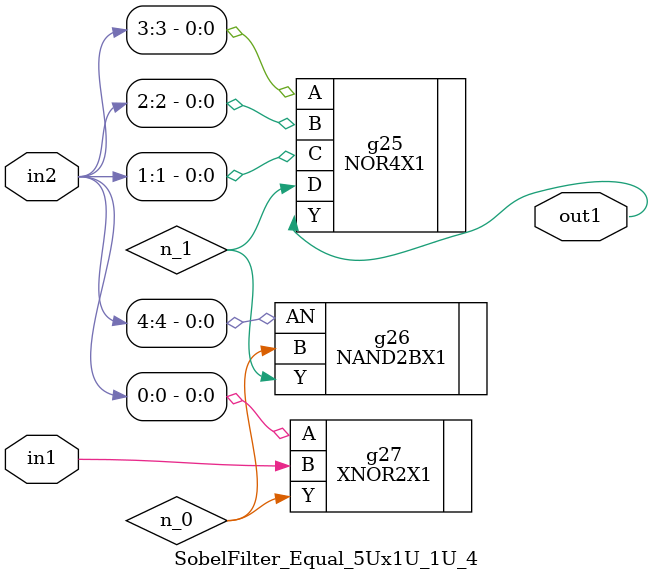
<source format=v>
`timescale 1ps / 1ps


module SobelFilter_Equal_5Ux1U_1U_4(in2, in1, out1);
  input [4:0] in2;
  input in1;
  output out1;
  wire [4:0] in2;
  wire in1;
  wire out1;
  wire n_0, n_1;
  NOR4X1 g25(.A (in2[3]), .B (in2[2]), .C (in2[1]), .D (n_1), .Y
       (out1));
  NAND2BX1 g26(.AN (in2[4]), .B (n_0), .Y (n_1));
  XNOR2X1 g27(.A (in2[0]), .B (in1), .Y (n_0));
endmodule


</source>
